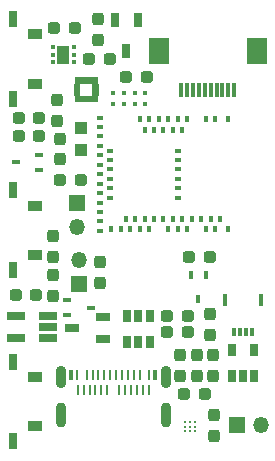
<source format=gbr>
%TF.GenerationSoftware,KiCad,Pcbnew,(5.99.0-8775-g06a515339c)*%
%TF.CreationDate,2021-03-27T00:10:39-04:00*%
%TF.ProjectId,mk2,6d6b322e-6b69-4636-9164-5f7063625858,rev?*%
%TF.SameCoordinates,Original*%
%TF.FileFunction,Soldermask,Top*%
%TF.FilePolarity,Negative*%
%FSLAX46Y46*%
G04 Gerber Fmt 4.6, Leading zero omitted, Abs format (unit mm)*
G04 Created by KiCad (PCBNEW (5.99.0-8775-g06a515339c)) date 2021-03-27 00:10:39*
%MOMM*%
%LPD*%
G01*
G04 APERTURE LIST*
G04 Aperture macros list*
%AMRoundRect*
0 Rectangle with rounded corners*
0 $1 Rounding radius*
0 $2 $3 $4 $5 $6 $7 $8 $9 X,Y pos of 4 corners*
0 Add a 4 corners polygon primitive as box body*
4,1,4,$2,$3,$4,$5,$6,$7,$8,$9,$2,$3,0*
0 Add four circle primitives for the rounded corners*
1,1,$1+$1,$2,$3*
1,1,$1+$1,$4,$5*
1,1,$1+$1,$6,$7*
1,1,$1+$1,$8,$9*
0 Add four rect primitives between the rounded corners*
20,1,$1+$1,$2,$3,$4,$5,0*
20,1,$1+$1,$4,$5,$6,$7,0*
20,1,$1+$1,$6,$7,$8,$9,0*
20,1,$1+$1,$8,$9,$2,$3,0*%
G04 Aperture macros list end*
%ADD10C,0.010000*%
%ADD11RoundRect,0.237500X-0.237500X0.287500X-0.237500X-0.287500X0.237500X-0.287500X0.237500X0.287500X0*%
%ADD12R,0.700000X0.450000*%
%ADD13O,1.350000X1.350000*%
%ADD14R,1.350000X1.350000*%
%ADD15RoundRect,0.237500X0.287500X0.237500X-0.287500X0.237500X-0.287500X-0.237500X0.287500X-0.237500X0*%
%ADD16C,0.229500*%
%ADD17RoundRect,0.237500X0.237500X-0.287500X0.237500X0.287500X-0.237500X0.287500X-0.237500X-0.287500X0*%
%ADD18R,0.400000X0.600000*%
%ADD19R,0.600000X0.400000*%
%ADD20R,0.650000X1.060000*%
%ADD21R,1.220000X0.650000*%
%ADD22R,0.650000X1.220000*%
%ADD23R,1.270000X0.900000*%
%ADD24R,0.800000X1.450000*%
%ADD25R,0.300000X1.300000*%
%ADD26R,1.800000X2.200000*%
%ADD27R,0.300000X0.700000*%
%ADD28R,0.300000X1.000000*%
%ADD29RoundRect,0.237500X-0.287500X-0.237500X0.287500X-0.237500X0.287500X0.237500X-0.287500X0.237500X0*%
%ADD30R,0.400000X0.420000*%
%ADD31R,0.450000X0.700000*%
%ADD32RoundRect,0.093750X0.093750X0.106250X-0.093750X0.106250X-0.093750X-0.106250X0.093750X-0.106250X0*%
%ADD33R,1.000000X1.600000*%
%ADD34R,1.100000X1.050000*%
%ADD35R,0.330200X0.812800*%
%ADD36R,0.279400X0.812800*%
%ADD37O,0.914400X2.108200*%
%ADD38C,0.508000*%
%ADD39O,0.914400X1.905000*%
%ADD40R,1.560000X0.650000*%
G04 APERTURE END LIST*
D10*
%TO.C,U4*%
X19227000Y-20304000D02*
X19227000Y-19854000D01*
X19227000Y-19854000D02*
X19627000Y-19854000D01*
X19627000Y-19854000D02*
X19627000Y-20304000D01*
X19627000Y-20304000D02*
X19227000Y-20304000D01*
G36*
X19627000Y-20304000D02*
G01*
X19227000Y-20304000D01*
X19227000Y-19854000D01*
X19627000Y-19854000D01*
X19627000Y-20304000D01*
G37*
X19627000Y-20304000D02*
X19227000Y-20304000D01*
X19227000Y-19854000D01*
X19627000Y-19854000D01*
X19627000Y-20304000D01*
X18177000Y-19254000D02*
X18177000Y-18854000D01*
X18177000Y-18854000D02*
X18627000Y-18854000D01*
X18627000Y-18854000D02*
X18627000Y-19254000D01*
X18627000Y-19254000D02*
X18177000Y-19254000D01*
G36*
X18627000Y-19254000D02*
G01*
X18177000Y-19254000D01*
X18177000Y-18854000D01*
X18627000Y-18854000D01*
X18627000Y-19254000D01*
G37*
X18627000Y-19254000D02*
X18177000Y-19254000D01*
X18177000Y-18854000D01*
X18627000Y-18854000D01*
X18627000Y-19254000D01*
X19727000Y-19754000D02*
X19727000Y-19354000D01*
X19727000Y-19354000D02*
X20177000Y-19354000D01*
X20177000Y-19354000D02*
X20177000Y-19754000D01*
X20177000Y-19754000D02*
X19727000Y-19754000D01*
G36*
X20177000Y-19754000D02*
G01*
X19727000Y-19754000D01*
X19727000Y-19354000D01*
X20177000Y-19354000D01*
X20177000Y-19754000D01*
G37*
X20177000Y-19754000D02*
X19727000Y-19754000D01*
X19727000Y-19354000D01*
X20177000Y-19354000D01*
X20177000Y-19754000D01*
X19727000Y-18754000D02*
X19727000Y-18304000D01*
X19727000Y-18304000D02*
X20127000Y-18304000D01*
X20127000Y-18304000D02*
X20127000Y-18754000D01*
X20127000Y-18754000D02*
X19727000Y-18754000D01*
G36*
X20127000Y-18754000D02*
G01*
X19727000Y-18754000D01*
X19727000Y-18304000D01*
X20127000Y-18304000D01*
X20127000Y-18754000D01*
G37*
X20127000Y-18754000D02*
X19727000Y-18754000D01*
X19727000Y-18304000D01*
X20127000Y-18304000D01*
X20127000Y-18754000D01*
X18727000Y-18754000D02*
X18727000Y-18304000D01*
X18727000Y-18304000D02*
X19127000Y-18304000D01*
X19127000Y-18304000D02*
X19127000Y-18754000D01*
X19127000Y-18754000D02*
X18727000Y-18754000D01*
G36*
X19127000Y-18754000D02*
G01*
X18727000Y-18754000D01*
X18727000Y-18304000D01*
X19127000Y-18304000D01*
X19127000Y-18754000D01*
G37*
X19127000Y-18754000D02*
X18727000Y-18754000D01*
X18727000Y-18304000D01*
X19127000Y-18304000D01*
X19127000Y-18754000D01*
X19727000Y-20304000D02*
X19727000Y-19854000D01*
X19727000Y-19854000D02*
X20127000Y-19854000D01*
X20127000Y-19854000D02*
X20127000Y-20304000D01*
X20127000Y-20304000D02*
X19727000Y-20304000D01*
G36*
X20127000Y-20304000D02*
G01*
X19727000Y-20304000D01*
X19727000Y-19854000D01*
X20127000Y-19854000D01*
X20127000Y-20304000D01*
G37*
X20127000Y-20304000D02*
X19727000Y-20304000D01*
X19727000Y-19854000D01*
X20127000Y-19854000D01*
X20127000Y-20304000D01*
X18227000Y-18754000D02*
X18227000Y-18304000D01*
X18227000Y-18304000D02*
X18627000Y-18304000D01*
X18627000Y-18304000D02*
X18627000Y-18754000D01*
X18627000Y-18754000D02*
X18227000Y-18754000D01*
G36*
X18627000Y-18754000D02*
G01*
X18227000Y-18754000D01*
X18227000Y-18304000D01*
X18627000Y-18304000D01*
X18627000Y-18754000D01*
G37*
X18627000Y-18754000D02*
X18227000Y-18754000D01*
X18227000Y-18304000D01*
X18627000Y-18304000D01*
X18627000Y-18754000D01*
X19727000Y-19254000D02*
X19727000Y-18854000D01*
X19727000Y-18854000D02*
X20177000Y-18854000D01*
X20177000Y-18854000D02*
X20177000Y-19254000D01*
X20177000Y-19254000D02*
X19727000Y-19254000D01*
G36*
X20177000Y-19254000D02*
G01*
X19727000Y-19254000D01*
X19727000Y-18854000D01*
X20177000Y-18854000D01*
X20177000Y-19254000D01*
G37*
X20177000Y-19254000D02*
X19727000Y-19254000D01*
X19727000Y-18854000D01*
X20177000Y-18854000D01*
X20177000Y-19254000D01*
X18177000Y-19754000D02*
X18177000Y-19354000D01*
X18177000Y-19354000D02*
X18627000Y-19354000D01*
X18627000Y-19354000D02*
X18627000Y-19754000D01*
X18627000Y-19754000D02*
X18177000Y-19754000D01*
G36*
X18627000Y-19754000D02*
G01*
X18177000Y-19754000D01*
X18177000Y-19354000D01*
X18627000Y-19354000D01*
X18627000Y-19754000D01*
G37*
X18627000Y-19754000D02*
X18177000Y-19754000D01*
X18177000Y-19354000D01*
X18627000Y-19354000D01*
X18627000Y-19754000D01*
X19227000Y-18754000D02*
X19227000Y-18304000D01*
X19227000Y-18304000D02*
X19627000Y-18304000D01*
X19627000Y-18304000D02*
X19627000Y-18754000D01*
X19627000Y-18754000D02*
X19227000Y-18754000D01*
G36*
X19627000Y-18754000D02*
G01*
X19227000Y-18754000D01*
X19227000Y-18304000D01*
X19627000Y-18304000D01*
X19627000Y-18754000D01*
G37*
X19627000Y-18754000D02*
X19227000Y-18754000D01*
X19227000Y-18304000D01*
X19627000Y-18304000D01*
X19627000Y-18754000D01*
X18727000Y-20304000D02*
X18727000Y-19854000D01*
X18727000Y-19854000D02*
X19127000Y-19854000D01*
X19127000Y-19854000D02*
X19127000Y-20304000D01*
X19127000Y-20304000D02*
X18727000Y-20304000D01*
G36*
X19127000Y-20304000D02*
G01*
X18727000Y-20304000D01*
X18727000Y-19854000D01*
X19127000Y-19854000D01*
X19127000Y-20304000D01*
G37*
X19127000Y-20304000D02*
X18727000Y-20304000D01*
X18727000Y-19854000D01*
X19127000Y-19854000D01*
X19127000Y-20304000D01*
X18227000Y-20304000D02*
X18227000Y-19854000D01*
X18227000Y-19854000D02*
X18627000Y-19854000D01*
X18627000Y-19854000D02*
X18627000Y-20304000D01*
X18627000Y-20304000D02*
X18227000Y-20304000D01*
G36*
X18627000Y-20304000D02*
G01*
X18227000Y-20304000D01*
X18227000Y-19854000D01*
X18627000Y-19854000D01*
X18627000Y-20304000D01*
G37*
X18627000Y-20304000D02*
X18227000Y-20304000D01*
X18227000Y-19854000D01*
X18627000Y-19854000D01*
X18627000Y-20304000D01*
%TD*%
D11*
%TO.C,R2*%
X20400000Y-35675000D03*
X20400000Y-33925000D03*
%TD*%
D12*
%TO.C,Q1*%
X19600000Y-37800000D03*
X17600000Y-38450000D03*
X17600000Y-37150000D03*
%TD*%
D13*
%TO.C,J6*%
X18600000Y-33800000D03*
D14*
X18600000Y-35800000D03*
%TD*%
D15*
%TO.C,R4*%
X27799000Y-39878000D03*
X26049000Y-39878000D03*
%TD*%
%TO.C,R13*%
X29704000Y-33528000D03*
X27954000Y-33528000D03*
%TD*%
D11*
%TO.C,R14*%
X29718000Y-38368000D03*
X29718000Y-40118000D03*
%TD*%
D16*
%TO.C,U6*%
X27600000Y-47477000D03*
X28000000Y-47477000D03*
X28400000Y-47477000D03*
X27600000Y-47877000D03*
X28000000Y-47877000D03*
X28400000Y-47877000D03*
X27600000Y-48277000D03*
X28000000Y-48277000D03*
X28400000Y-48277000D03*
%TD*%
D17*
%TO.C,C4*%
X16383000Y-36816000D03*
X16383000Y-35066000D03*
%TD*%
D15*
%TO.C,C9*%
X24370000Y-18288000D03*
X22620000Y-18288000D03*
%TD*%
D17*
%TO.C,C8*%
X20193000Y-15099000D03*
X20193000Y-13349000D03*
%TD*%
D15*
%TO.C,R15*%
X15250000Y-23250000D03*
X13500000Y-23250000D03*
%TD*%
D18*
%TO.C,IC1*%
X31250000Y-21850000D03*
X30150000Y-21850000D03*
X29350000Y-21850000D03*
X27750000Y-21850000D03*
X27350000Y-22750000D03*
X26950000Y-21850000D03*
X26550000Y-22750000D03*
X26150000Y-21850000D03*
X25750000Y-22750000D03*
X25350000Y-21850000D03*
X24950000Y-22750000D03*
X24550000Y-21850000D03*
X24150000Y-22750000D03*
X23750000Y-21850000D03*
D19*
X20350000Y-21700000D03*
X20350000Y-22500000D03*
X20350000Y-23300000D03*
X20350000Y-24100000D03*
X21250000Y-24500000D03*
X20350000Y-24900000D03*
X21250000Y-25300000D03*
X20350000Y-25700000D03*
X21250000Y-26100000D03*
X20350000Y-26500000D03*
X21250000Y-26900000D03*
X20350000Y-27300000D03*
X21250000Y-27700000D03*
X20350000Y-28100000D03*
X21250000Y-28500000D03*
X20350000Y-28900000D03*
X20350000Y-29700000D03*
X20350000Y-30500000D03*
X20350000Y-31300000D03*
D18*
X21350000Y-31150000D03*
X22150000Y-31150000D03*
X22550000Y-30250000D03*
X22950000Y-31150000D03*
X23350000Y-30250000D03*
X23750000Y-31150000D03*
X24150000Y-30250000D03*
X24550000Y-31150000D03*
X24950000Y-30250000D03*
X25750000Y-30250000D03*
X26150000Y-31150000D03*
X26550000Y-30250000D03*
X26950000Y-31150000D03*
X27350000Y-30250000D03*
X27750000Y-31150000D03*
X28150000Y-30250000D03*
X28950000Y-30250000D03*
X29350000Y-31150000D03*
X29750000Y-30250000D03*
X30150000Y-31150000D03*
X30550000Y-30250000D03*
X31250000Y-31150000D03*
D19*
X26950000Y-24500000D03*
X26950000Y-25300000D03*
X26950000Y-26100000D03*
X26950000Y-26900000D03*
X26950000Y-27700000D03*
X26950000Y-28500000D03*
%TD*%
D20*
%TO.C,U3*%
X31550000Y-43600000D03*
X32500000Y-43600000D03*
X33450000Y-43600000D03*
X33450000Y-41400000D03*
X31550000Y-41400000D03*
%TD*%
D17*
%TO.C,C10*%
X30000000Y-48627000D03*
X30000000Y-46877000D03*
%TD*%
D21*
%TO.C,D1*%
X20620000Y-40450000D03*
X20620000Y-38550000D03*
X18000000Y-39500000D03*
%TD*%
D12*
%TO.C,Q4*%
X15250000Y-26150000D03*
X15250000Y-24850000D03*
X13250000Y-25500000D03*
%TD*%
D15*
%TO.C,C20*%
X29250000Y-45127000D03*
X27500000Y-45127000D03*
%TD*%
D20*
%TO.C,U5*%
X24572000Y-38524000D03*
X23622000Y-38524000D03*
X22672000Y-38524000D03*
X22672000Y-40724000D03*
X23622000Y-40724000D03*
X24572000Y-40724000D03*
%TD*%
D22*
%TO.C,D2*%
X23556000Y-13422000D03*
X21656000Y-13422000D03*
X22606000Y-16042000D03*
%TD*%
D23*
%TO.C,SW2*%
X14885000Y-14650000D03*
X14885000Y-18850000D03*
D24*
X13000000Y-13375000D03*
X13000000Y-20125000D03*
%TD*%
D25*
%TO.C,J1*%
X31750000Y-19350000D03*
X31250000Y-19350000D03*
X30750000Y-19350000D03*
X30250000Y-19350000D03*
X29750000Y-19350000D03*
X29250000Y-19350000D03*
X28750000Y-19350000D03*
X28250000Y-19350000D03*
X27750000Y-19350000D03*
X27250000Y-19350000D03*
D26*
X25350000Y-16100000D03*
X33650000Y-16100000D03*
%TD*%
D11*
%TO.C,R9*%
X29972000Y-41797000D03*
X29972000Y-43547000D03*
%TD*%
D27*
%TO.C,J4*%
X33250000Y-39825000D03*
X32750000Y-39825000D03*
X32250000Y-39825000D03*
X31750000Y-39825000D03*
D28*
X34040000Y-37175000D03*
X30960000Y-37175000D03*
%TD*%
D11*
%TO.C,C2*%
X17000000Y-23500000D03*
X17000000Y-25250000D03*
%TD*%
D29*
%TO.C,C5*%
X19445000Y-16764000D03*
X21195000Y-16764000D03*
%TD*%
D30*
%TO.C,IC2*%
X24210000Y-19616000D03*
X23310000Y-19616000D03*
X22410000Y-19616000D03*
X21510000Y-19616000D03*
X21510000Y-20516000D03*
X22410000Y-20516000D03*
X23310000Y-20516000D03*
X24210000Y-20516000D03*
%TD*%
D14*
%TO.C,BT1*%
X32000000Y-47750000D03*
D13*
X34000000Y-47750000D03*
%TD*%
D23*
%TO.C,SW4*%
X14885000Y-43650000D03*
X14885000Y-47850000D03*
D24*
X13000000Y-42375000D03*
X13000000Y-49125000D03*
%TD*%
D15*
%TO.C,C6*%
X18274000Y-14097000D03*
X16524000Y-14097000D03*
%TD*%
D31*
%TO.C,Q3*%
X29352000Y-35068000D03*
X28052000Y-35068000D03*
X28702000Y-37068000D03*
%TD*%
D32*
%TO.C,U1*%
X18140500Y-17033000D03*
X18140500Y-16383000D03*
X18140500Y-15733000D03*
X16365500Y-15733000D03*
X16365500Y-16383000D03*
X16365500Y-17033000D03*
D33*
X17253000Y-16383000D03*
%TD*%
D34*
%TO.C,Y1*%
X18750000Y-24425000D03*
X18750000Y-22575000D03*
%TD*%
D35*
%TO.C,J2*%
X17950000Y-43491007D03*
X25050000Y-43491007D03*
D36*
X18449968Y-43491068D03*
X19250068Y-43491068D03*
X19749940Y-43491068D03*
X20250066Y-43491068D03*
X20750192Y-43491068D03*
X21250318Y-43491068D03*
X21750444Y-43491068D03*
X22250570Y-43491068D03*
X22750696Y-43491068D03*
X23250822Y-43491068D03*
X23749932Y-43491068D03*
X24550032Y-43491068D03*
X24499994Y-44741068D03*
X23999868Y-44741068D03*
X23499742Y-44741068D03*
X22999616Y-44741068D03*
X22499490Y-44741068D03*
X21999364Y-44741068D03*
X20999874Y-44741068D03*
X20499748Y-44741068D03*
X19999622Y-44741068D03*
X19499496Y-44741068D03*
X18999370Y-44741068D03*
X18499244Y-44741068D03*
D37*
X25950000Y-46866067D03*
D38*
X25950000Y-47462967D03*
X25950000Y-46269167D03*
D37*
X17050000Y-46866067D03*
D38*
X17050000Y-47462967D03*
X17050000Y-46269167D03*
D39*
X25950000Y-43666066D03*
D38*
X25950000Y-44161366D03*
X25950000Y-43170766D03*
D39*
X17050000Y-43666066D03*
D38*
X17050000Y-44161366D03*
X17050000Y-43170766D03*
%TD*%
D11*
%TO.C,C7*%
X16383000Y-31764000D03*
X16383000Y-33514000D03*
%TD*%
D15*
%TO.C,R3*%
X27799000Y-38481000D03*
X26049000Y-38481000D03*
%TD*%
D17*
%TO.C,R11*%
X27178000Y-43547000D03*
X27178000Y-41797000D03*
%TD*%
D15*
%TO.C,R16*%
X15250000Y-21750000D03*
X13500000Y-21750000D03*
%TD*%
%TO.C,C3*%
X18750000Y-27000000D03*
X17000000Y-27000000D03*
%TD*%
D23*
%TO.C,SW1*%
X14885000Y-29150000D03*
X14885000Y-33350000D03*
D24*
X13000000Y-27875000D03*
X13000000Y-34625000D03*
%TD*%
D14*
%TO.C,J3*%
X18415000Y-28972000D03*
D13*
X18415000Y-30972000D03*
%TD*%
D17*
%TO.C,R12*%
X28575000Y-43547000D03*
X28575000Y-41797000D03*
%TD*%
D40*
%TO.C,U2*%
X15950000Y-40400000D03*
X15950000Y-39450000D03*
X15950000Y-38500000D03*
X13250000Y-38500000D03*
X13250000Y-40400000D03*
%TD*%
D29*
%TO.C,L1*%
X13250000Y-36750000D03*
X15000000Y-36750000D03*
%TD*%
D11*
%TO.C,C1*%
X16750000Y-20250000D03*
X16750000Y-22000000D03*
%TD*%
M02*

</source>
